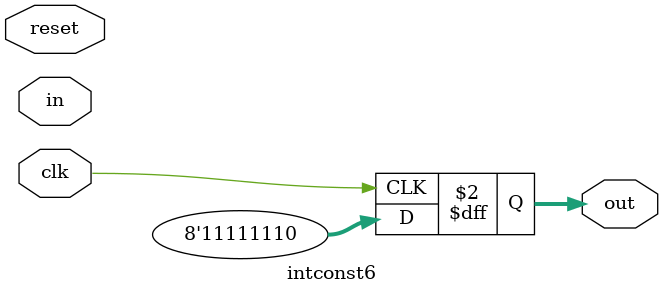
<source format=v>
module intconst6
  (input wire       reset,
   input wire       clk,
   input wire [7:0] in,
   output reg [7:0] out);

   always @(posedge clk) out <= 8 'sHfe;

endmodule

</source>
